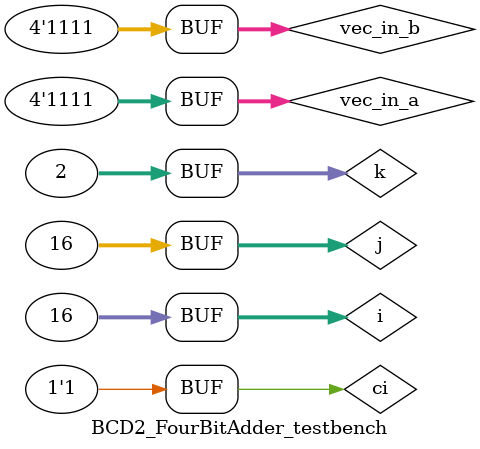
<source format=sv>
module BCD2_FourBitAdder(input logic ci,input logic [3:0]vec_in_b,vec_in_a, output logic [3:0]vec_out_s,output logic c_out);
	logic [2:0]vec_c_out;
	BCD2_Adder FA1(ci,vec_in_b[0],vec_in_a[0],vec_out_s[0],vec_c_out[0]);
	BCD2_Adder FA2(vec_c_out[0],vec_in_b[1],vec_in_a[1],vec_out_s[1],vec_c_out[1]);
	BCD2_Adder FA3(vec_c_out[1],vec_in_b[2],vec_in_a[2],vec_out_s[2],vec_c_out[2]);
	BCD2_Adder FA4(vec_c_out[2],vec_in_b[3],vec_in_a[3],vec_out_s[3],c_out);
endmodule
//In this test bench I test for all possible values. For this ripple carry after to be true.
//i + j + k must equal 16 * (carry out) + S which is always. 
module BCD2_FourBitAdder_testbench();
	logic ci,c_out;
	logic [3:0]vec_in_b,vec_in_a,vec_out_s;
    integer i,j,k;

    BCD2_FourBitAdder DUT(ci,vec_in_b,vec_in_a,vec_out_s,c_out);
    initial 
    begin
        $display("b:a:ci    s:c0");    
    end

    initial 
    begin
        vec_in_b = 4'h0;vec_in_a = 4'h0;ci = 4'h0;
        for(i = 0; i < 16; i++)
        begin
            $monitor("%h%h%h       %h%h",vec_in_b,vec_in_a,ci,c_out,vec_out_s);
            vec_in_b = i;#10;
            for(j = 0; j < 16; j++)
            begin
                $monitor("%h%h%h       %h%h",vec_in_b,vec_in_a,ci,c_out,vec_out_s);
                vec_in_a = j;#10;
                for(k = 0; k < 2; k++)
                begin
                    $monitor("%h%h%h       %h%h",vec_in_b,vec_in_a,ci,c_out,vec_out_s);
                    ci = k;#10;
                    assert(c_out * 16 + vec_out_s  == i + j + k);
                end
            end
        end
    end
endmodule
</source>
